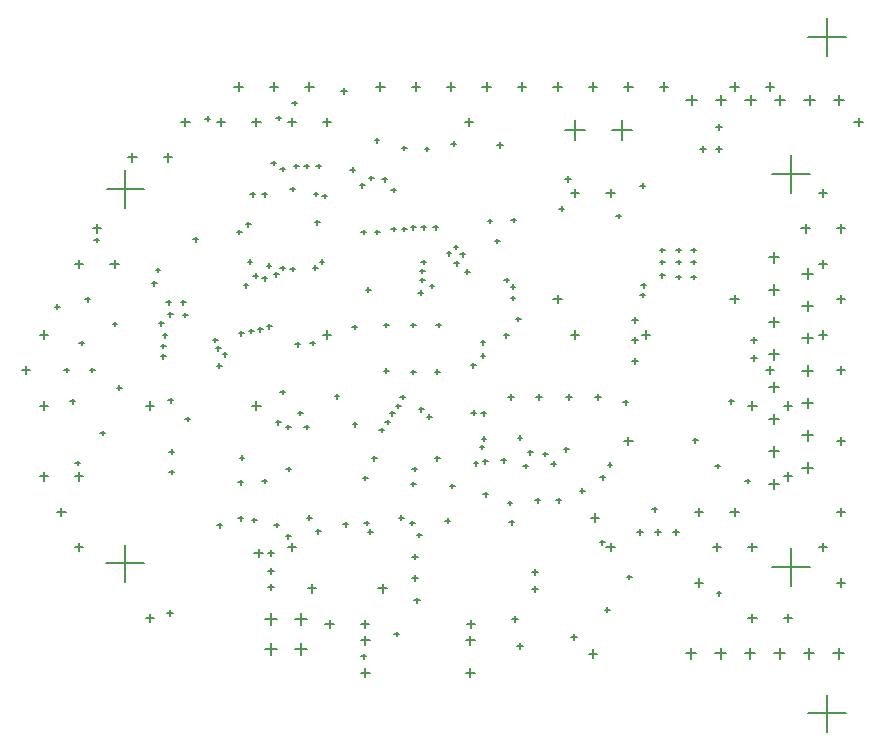
<source format=gbr>
G04*
G04 #@! TF.GenerationSoftware,Altium Limited,Altium Designer,25.1.2 (22)*
G04*
G04 Layer_Color=128*
%FSLAX25Y25*%
%MOIN*%
G70*
G04*
G04 #@! TF.SameCoordinates,DC4E0951-A455-47C2-8868-B8DD7EE8088A*
G04*
G04*
G04 #@! TF.FilePolarity,Positive*
G04*
G01*
G75*
%ADD86C,0.00500*%
D86*
X404811Y438321D02*
X417410D01*
X411110Y432022D02*
Y444621D01*
X404701Y313500D02*
X417299D01*
X411000Y307201D02*
Y319799D01*
X638701Y263500D02*
X651299D01*
X645000Y257201D02*
Y269799D01*
X638701Y489000D02*
X651299D01*
X645000Y482701D02*
Y495299D01*
X573315Y458005D02*
X579811D01*
X576563Y454757D02*
Y461253D01*
X557724Y458005D02*
X564221D01*
X560972Y454757D02*
Y461253D01*
X626610Y443378D02*
X639210D01*
X632909Y437078D02*
Y449678D01*
X626610Y312197D02*
X639210D01*
X632909Y305897D02*
Y318497D01*
X636750Y410150D02*
X640250D01*
X638500Y408400D02*
Y411900D01*
X636750Y399362D02*
X640250D01*
X638500Y397612D02*
Y401112D01*
X636750Y388575D02*
X640250D01*
X638500Y386825D02*
Y390325D01*
X636750Y377787D02*
X640250D01*
X638500Y376037D02*
Y379537D01*
X636750Y367000D02*
X640250D01*
X638500Y365250D02*
Y368750D01*
X636750Y356213D02*
X640250D01*
X638500Y354463D02*
Y357963D01*
X636750Y345425D02*
X640250D01*
X638500Y343675D02*
Y347175D01*
X625569Y415543D02*
X629069D01*
X627319Y413793D02*
Y417293D01*
X625569Y404756D02*
X629069D01*
X627319Y403006D02*
Y406506D01*
X625569Y393969D02*
X629069D01*
X627319Y392218D02*
Y395719D01*
X625569Y383181D02*
X629069D01*
X627319Y381431D02*
Y384931D01*
X625569Y372394D02*
X629069D01*
X627319Y370644D02*
Y374144D01*
X625569Y361606D02*
X629069D01*
X627319Y359856D02*
Y363356D01*
X625569Y350819D02*
X629069D01*
X627319Y349069D02*
Y352569D01*
X625569Y340032D02*
X629069D01*
X627319Y338281D02*
Y341781D01*
X647228Y468000D02*
X650772D01*
X649000Y466228D02*
Y469772D01*
X637386Y468000D02*
X640929D01*
X639157Y466228D02*
Y469772D01*
X627543Y468000D02*
X631087D01*
X629315Y466228D02*
Y469772D01*
X617701Y468000D02*
X621244D01*
X619472Y466228D02*
Y469772D01*
X607858Y468000D02*
X611402D01*
X609630Y466228D02*
Y469772D01*
X598016Y468000D02*
X601559D01*
X599787Y466228D02*
Y469772D01*
X467492Y285000D02*
X471508D01*
X469500Y282992D02*
Y287008D01*
X457492Y285000D02*
X461508D01*
X459500Y282992D02*
Y287008D01*
X467492Y295000D02*
X471508D01*
X469500Y292992D02*
Y297008D01*
X457492Y295000D02*
X461508D01*
X459500Y292992D02*
Y297008D01*
X597858Y283500D02*
X601402D01*
X599630Y281728D02*
Y285272D01*
X607701Y283500D02*
X611244D01*
X609472Y281728D02*
Y285272D01*
X617543Y283500D02*
X621087D01*
X619315Y281728D02*
Y285272D01*
X627386Y283500D02*
X630929D01*
X629157Y281728D02*
Y285272D01*
X637228Y283500D02*
X640772D01*
X639000Y281728D02*
Y285272D01*
X647071Y283500D02*
X650614D01*
X648842Y281728D02*
Y285272D01*
X524524Y277087D02*
X527476D01*
X526000Y275610D02*
Y278563D01*
X524524Y287913D02*
X527476D01*
X526000Y286437D02*
Y289390D01*
X489524Y277087D02*
X492476D01*
X491000Y275610D02*
Y278563D01*
X489524Y287913D02*
X492476D01*
X491000Y286437D02*
Y289390D01*
X421147Y411360D02*
X422722D01*
X421934Y410572D02*
Y412147D01*
X419897Y406897D02*
X421472D01*
X420684Y406109D02*
Y407684D01*
X500713Y290000D02*
X502287D01*
X501500Y289213D02*
Y290787D01*
X507359Y301157D02*
X509327D01*
X508343Y300173D02*
Y302141D01*
X559516Y289000D02*
X561484D01*
X560500Y288016D02*
Y289984D01*
X540016Y295000D02*
X541984D01*
X541000Y294016D02*
Y295984D01*
X546516Y305000D02*
X548484D01*
X547500Y304016D02*
Y305984D01*
X541516Y286091D02*
X543484D01*
X542500Y285106D02*
Y287075D01*
X466713Y467000D02*
X468287D01*
X467500Y466213D02*
Y467787D01*
X492213Y442000D02*
X493787D01*
X493000Y441213D02*
Y442787D01*
X425016Y297000D02*
X426984D01*
X426000Y296016D02*
Y297984D01*
X566305Y328811D02*
X569105D01*
X567705Y327411D02*
Y330211D01*
X524966Y293378D02*
X527766D01*
X526366Y291978D02*
Y294778D01*
X495439Y305189D02*
X498239D01*
X496839Y303789D02*
Y306589D01*
X489533Y293378D02*
X492333D01*
X490933Y291978D02*
Y294778D01*
X471816Y305189D02*
X474616D01*
X473216Y303789D02*
Y306589D01*
X477722Y293378D02*
X480522D01*
X479122Y291978D02*
Y294778D01*
X454100Y317000D02*
X456900D01*
X455500Y315600D02*
Y318400D01*
X417891Y366142D02*
X420691D01*
X419291Y364742D02*
Y367542D01*
X654112Y460630D02*
X656912D01*
X655512Y459230D02*
Y462030D01*
X648206Y425197D02*
X651006D01*
X649606Y423797D02*
Y426597D01*
X648206Y401575D02*
X651006D01*
X649606Y400175D02*
Y402975D01*
X648206Y377953D02*
X651006D01*
X649606Y376553D02*
Y379353D01*
X648206Y354331D02*
X651006D01*
X649606Y352931D02*
Y355731D01*
X648206Y330709D02*
X651006D01*
X649606Y329309D02*
Y332109D01*
X648206Y307086D02*
X651006D01*
X649606Y305686D02*
Y308487D01*
X642301Y437008D02*
X645101D01*
X643701Y435608D02*
Y438408D01*
X636395Y425197D02*
X639195D01*
X637795Y423797D02*
Y426597D01*
X642301Y413386D02*
X645101D01*
X643701Y411986D02*
Y414786D01*
X642301Y389764D02*
X645101D01*
X643701Y388364D02*
Y391164D01*
X642301Y318898D02*
X645101D01*
X643701Y317497D02*
Y320298D01*
X624584Y472441D02*
X627384D01*
X625984Y471041D02*
Y473841D01*
X624584Y377953D02*
X627384D01*
X625984Y376553D02*
Y379353D01*
X630490Y366142D02*
X633290D01*
X631890Y364742D02*
Y367542D01*
X630490Y342520D02*
X633290D01*
X631890Y341120D02*
Y343920D01*
X630490Y295275D02*
X633290D01*
X631890Y293876D02*
Y296675D01*
X612773Y472441D02*
X615573D01*
X614173Y471041D02*
Y473841D01*
X612773Y401575D02*
X615573D01*
X614173Y400175D02*
Y402975D01*
X618679Y366142D02*
X621479D01*
X620079Y364742D02*
Y367542D01*
X612773Y330709D02*
X615573D01*
X614173Y329309D02*
Y332109D01*
X618679Y318898D02*
X621479D01*
X620079Y317497D02*
Y320298D01*
X618679Y295275D02*
X621479D01*
X620079Y293876D02*
Y296675D01*
X600962Y330709D02*
X603762D01*
X602362Y329309D02*
Y332109D01*
X606868Y318898D02*
X609667D01*
X608267Y317497D02*
Y320298D01*
X600962Y307086D02*
X603762D01*
X602362Y305686D02*
Y308487D01*
X589151Y472441D02*
X591951D01*
X590551Y471041D02*
Y473841D01*
X577340Y472441D02*
X580140D01*
X578740Y471041D02*
Y473841D01*
X583246Y389764D02*
X586046D01*
X584646Y388364D02*
Y391164D01*
X577340Y354331D02*
X580140D01*
X578740Y352931D02*
Y355731D01*
X565529Y472441D02*
X568329D01*
X566929Y471041D02*
Y473841D01*
X571434Y437008D02*
X574234D01*
X572834Y435608D02*
Y438408D01*
X571434Y318898D02*
X574234D01*
X572834Y317497D02*
Y320298D01*
X565529Y283465D02*
X568329D01*
X566929Y282065D02*
Y284864D01*
X553718Y472441D02*
X556518D01*
X555118Y471041D02*
Y473841D01*
X559623Y437008D02*
X562423D01*
X561023Y435608D02*
Y438408D01*
X553718Y401575D02*
X556518D01*
X555118Y400175D02*
Y402975D01*
X559623Y389764D02*
X562423D01*
X561023Y388364D02*
Y391164D01*
X541907Y472441D02*
X544707D01*
X543307Y471041D02*
Y473841D01*
X530096Y472441D02*
X532896D01*
X531496Y471041D02*
Y473841D01*
X518285Y472441D02*
X521085D01*
X519685Y471041D02*
Y473841D01*
X524190Y460630D02*
X526990D01*
X525590Y459230D02*
Y462030D01*
X506474Y472441D02*
X509274D01*
X507874Y471041D02*
Y473841D01*
X494663Y472441D02*
X497463D01*
X496063Y471041D02*
Y473841D01*
X471041Y472441D02*
X473841D01*
X472441Y471041D02*
Y473841D01*
X476946Y460630D02*
X479746D01*
X478346Y459230D02*
Y462030D01*
X476946Y389764D02*
X479746D01*
X478346Y388364D02*
Y391164D01*
X459230Y472441D02*
X462030D01*
X460630Y471041D02*
Y473841D01*
X465135Y460630D02*
X467935D01*
X466535Y459230D02*
Y462030D01*
X465135Y318898D02*
X467935D01*
X466535Y317497D02*
Y320298D01*
X447419Y472441D02*
X450219D01*
X448819Y471041D02*
Y473841D01*
X453324Y460630D02*
X456124D01*
X454724Y459230D02*
Y462030D01*
X453324Y366142D02*
X456124D01*
X454724Y364742D02*
Y367542D01*
X441513Y460630D02*
X444313D01*
X442913Y459230D02*
Y462030D01*
X429702Y460630D02*
X432502D01*
X431102Y459230D02*
Y462030D01*
X423797Y448819D02*
X426597D01*
X425197Y447419D02*
Y450219D01*
X411986Y448819D02*
X414786D01*
X413386Y447419D02*
Y450219D01*
X417891Y295275D02*
X420691D01*
X419291Y293876D02*
Y296675D01*
X400175Y425197D02*
X402975D01*
X401575Y423797D02*
Y426597D01*
X406080Y413386D02*
X408880D01*
X407480Y411986D02*
Y414786D01*
X394269Y413386D02*
X397069D01*
X395669Y411986D02*
Y414786D01*
X394269Y342520D02*
X397069D01*
X395669Y341120D02*
Y343920D01*
X388364Y330709D02*
X391164D01*
X389764Y329309D02*
Y332109D01*
X394269Y318898D02*
X397069D01*
X395669Y317497D02*
Y320298D01*
X382458Y389764D02*
X385258D01*
X383858Y388364D02*
Y391164D01*
X376553Y377953D02*
X379353D01*
X377953Y376553D02*
Y379353D01*
X382458Y366142D02*
X385258D01*
X383858Y364742D02*
Y367542D01*
X382458Y342520D02*
X385258D01*
X383858Y341120D02*
Y343920D01*
X602516Y451500D02*
X604484D01*
X603500Y450516D02*
Y452484D01*
X582713Y403000D02*
X584287D01*
X583500Y402213D02*
Y403787D01*
X583090Y406188D02*
X584665D01*
X583878Y405401D02*
Y406976D01*
X589213Y409522D02*
X590787D01*
X590000Y408734D02*
Y410309D01*
X599713Y409000D02*
X601287D01*
X600500Y408213D02*
Y409787D01*
X594713Y409000D02*
X596287D01*
X595500Y408213D02*
Y409787D01*
X619516Y382000D02*
X621484D01*
X620500Y381016D02*
Y382984D01*
X617713Y341000D02*
X619287D01*
X618500Y340213D02*
Y341787D01*
X581516Y324000D02*
X583484D01*
X582500Y323016D02*
Y324984D01*
X587516Y324000D02*
X589484D01*
X588500Y323016D02*
Y324984D01*
X593516Y324000D02*
X595484D01*
X594500Y323016D02*
Y324984D01*
X586713Y331500D02*
X588287D01*
X587500Y330713D02*
Y332287D01*
X607713Y346000D02*
X609287D01*
X608500Y345213D02*
Y346787D01*
X600213Y354500D02*
X601787D01*
X601000Y353713D02*
Y355287D01*
X580016Y394500D02*
X581984D01*
X581000Y393516D02*
Y395484D01*
X594713Y414000D02*
X596287D01*
X595500Y413213D02*
Y414787D01*
X589213Y418000D02*
X590787D01*
X590000Y417213D02*
Y418787D01*
X589213Y414000D02*
X590787D01*
X590000Y413213D02*
Y414787D01*
X599713Y414000D02*
X601287D01*
X600500Y413213D02*
Y414787D01*
X594713Y418000D02*
X596287D01*
X595500Y417213D02*
Y418787D01*
X612213Y367500D02*
X613787D01*
X613000Y366713D02*
Y368287D01*
X619516Y388000D02*
X621484D01*
X620500Y387016D02*
Y388984D01*
X580016Y381000D02*
X581984D01*
X581000Y380016D02*
Y381984D01*
X599713Y418000D02*
X601287D01*
X600500Y417213D02*
Y418787D01*
X580016Y388000D02*
X581984D01*
X581000Y387016D02*
Y388984D01*
X570984Y298148D02*
X572559D01*
X571772Y297360D02*
Y298935D01*
X530429Y336579D02*
X532004D01*
X531216Y335791D02*
Y337366D01*
X530213Y347500D02*
X531787D01*
X531000Y346713D02*
Y348287D01*
X527149Y346936D02*
X528724D01*
X527936Y346149D02*
Y347724D01*
X497713Y360631D02*
X499287D01*
X498500Y359844D02*
Y361419D01*
X495713Y358022D02*
X497287D01*
X496500Y357234D02*
Y358809D01*
X475799Y414084D02*
X477374D01*
X476586Y413297D02*
Y414871D01*
X473607Y412106D02*
X475182D01*
X474394Y411318D02*
Y412893D01*
X466013Y411676D02*
X467588D01*
X466801Y410889D02*
Y412464D01*
X576999Y367214D02*
X578574D01*
X577786Y366426D02*
Y368001D01*
X567516Y369000D02*
X569484D01*
X568500Y368016D02*
Y369984D01*
X558016Y369000D02*
X559984D01*
X559000Y368016D02*
Y369984D01*
X548016Y369000D02*
X549984D01*
X549000Y368016D02*
Y369984D01*
X538516Y369000D02*
X540484D01*
X539500Y368016D02*
Y369984D01*
X424713Y400500D02*
X426287D01*
X425500Y399713D02*
Y401287D01*
X468577Y363636D02*
X470152D01*
X469364Y362848D02*
Y364423D01*
X464558Y358980D02*
X466133D01*
X465346Y358192D02*
Y359767D01*
X462713Y370612D02*
X464287D01*
X463500Y369825D02*
Y371399D01*
X470713Y359000D02*
X472287D01*
X471500Y358213D02*
Y359787D01*
X497213Y377741D02*
X498787D01*
X498000Y376954D02*
Y378529D01*
X480860Y369228D02*
X482435D01*
X481648Y368441D02*
Y370016D01*
X539713Y428000D02*
X541287D01*
X540500Y427213D02*
Y428787D01*
X509713Y425500D02*
X511287D01*
X510500Y424713D02*
Y426287D01*
X506213Y425500D02*
X507787D01*
X507000Y424713D02*
Y426287D01*
X503213Y425000D02*
X504787D01*
X504000Y424213D02*
Y425787D01*
X513713Y425500D02*
X515287D01*
X514500Y424713D02*
Y426287D01*
X514213Y348500D02*
X515787D01*
X515000Y347713D02*
Y349287D01*
X608138Y303574D02*
X609713D01*
X608926Y302787D02*
Y304362D01*
X578213Y309000D02*
X579787D01*
X579000Y308213D02*
Y309787D01*
X571839Y346374D02*
X573413D01*
X572626Y345587D02*
Y347161D01*
X553016Y346803D02*
X554591D01*
X553803Y346016D02*
Y347590D01*
X557213Y351500D02*
X558787D01*
X558000Y350713D02*
Y352287D01*
X541814Y355399D02*
X543389D01*
X542601Y354611D02*
Y356186D01*
X538497Y333629D02*
X540072D01*
X539285Y332841D02*
Y334416D01*
X547713Y334500D02*
X549287D01*
X548500Y333713D02*
Y335287D01*
X509213Y411000D02*
X510787D01*
X510000Y410213D02*
Y411787D01*
X512474Y405945D02*
X514049D01*
X513262Y405158D02*
Y406733D01*
X509213Y408000D02*
X510787D01*
X510000Y407213D02*
Y408787D01*
X509713Y414000D02*
X511287D01*
X510500Y413213D02*
Y414787D01*
X518120Y416864D02*
X519695D01*
X518907Y416077D02*
Y417652D01*
X520465Y419000D02*
X522039D01*
X521252Y418213D02*
Y419787D01*
X499713Y425000D02*
X501287D01*
X500500Y424213D02*
Y425787D01*
X531859Y427646D02*
X533434D01*
X532647Y426859D02*
Y428434D01*
X534213Y421000D02*
X535787D01*
X535000Y420213D02*
Y421787D01*
X541213Y395000D02*
X542787D01*
X542000Y394213D02*
Y395787D01*
X536352Y347852D02*
X537927D01*
X537140Y347065D02*
Y348639D01*
X517713Y327816D02*
X519287D01*
X518500Y327028D02*
Y328603D01*
X451213Y426500D02*
X452787D01*
X452000Y425713D02*
Y427287D01*
X453256Y328000D02*
X454831D01*
X454043Y327213D02*
Y328787D01*
X441713Y326228D02*
X443287D01*
X442500Y325441D02*
Y327016D01*
X490713Y327000D02*
X492287D01*
X491500Y326213D02*
Y327787D01*
X491984Y324148D02*
X493559D01*
X492772Y323360D02*
Y324935D01*
X489713Y282500D02*
X491287D01*
X490500Y281713D02*
Y283287D01*
X483016Y471000D02*
X484984D01*
X484000Y470016D02*
Y471984D01*
X608016Y451500D02*
X609984D01*
X609000Y450516D02*
Y452484D01*
X608016Y459000D02*
X609984D01*
X609000Y458016D02*
Y459984D01*
X582752Y439461D02*
X584327D01*
X583539Y438673D02*
Y440248D01*
X529713Y363500D02*
X531287D01*
X530500Y362713D02*
Y364287D01*
X529856Y355144D02*
X531431D01*
X530644Y354356D02*
Y355931D01*
X529158Y352275D02*
X530733D01*
X529945Y351487D02*
Y353062D01*
X545237Y350572D02*
X546812D01*
X546025Y349784D02*
Y351359D01*
X569339Y342187D02*
X570914D01*
X570127Y341399D02*
Y342974D01*
X562631Y337734D02*
X564206D01*
X563418Y336947D02*
Y338522D01*
X569213Y320500D02*
X570787D01*
X570000Y319713D02*
Y321287D01*
X511607Y362394D02*
X513182D01*
X512394Y361607D02*
Y363182D01*
X508984Y364913D02*
X510559D01*
X509772Y364125D02*
Y365700D01*
X539096Y327155D02*
X540670D01*
X539883Y326368D02*
Y327942D01*
X524287Y410741D02*
X525862D01*
X525074Y409954D02*
Y411528D01*
X522713Y416500D02*
X524287D01*
X523500Y415713D02*
Y417287D01*
X520713Y413592D02*
X522287D01*
X521500Y412804D02*
Y414379D01*
X514713Y393000D02*
X516287D01*
X515500Y392213D02*
Y393787D01*
X506213Y393000D02*
X507787D01*
X507000Y392213D02*
Y393787D01*
X449115Y348718D02*
X450690D01*
X449902Y347931D02*
Y349505D01*
X537437Y408000D02*
X539012D01*
X538224Y407213D02*
Y408787D01*
X539484Y402000D02*
X541059D01*
X540272Y401213D02*
Y402787D01*
X539484Y405757D02*
X541059D01*
X540272Y404969D02*
Y406544D01*
X506516Y315802D02*
X508484D01*
X507500Y314817D02*
Y316786D01*
X557516Y441500D02*
X559484D01*
X558500Y440516D02*
Y442484D01*
X555713Y431816D02*
X557287D01*
X556500Y431028D02*
Y432603D01*
X529484Y387228D02*
X531059D01*
X530272Y386441D02*
Y388016D01*
X519213Y339316D02*
X520787D01*
X520000Y338528D02*
Y340103D01*
X437764Y461795D02*
X439339D01*
X438551Y461007D02*
Y462582D01*
X461421Y462025D02*
X462996D01*
X462209Y461237D02*
Y462812D01*
X510792Y451692D02*
X512367D01*
X511579Y450904D02*
Y452479D01*
X508713Y403816D02*
X510287D01*
X509500Y403028D02*
Y404603D01*
X451831Y414109D02*
X453406D01*
X452618Y413321D02*
Y414896D01*
X400713Y421316D02*
X402287D01*
X401500Y420528D02*
Y422103D01*
X406822Y393277D02*
X408397D01*
X407610Y392489D02*
Y394064D01*
X399213Y378000D02*
X400787D01*
X400000Y377213D02*
Y378787D01*
X390713Y378000D02*
X392287D01*
X391500Y377213D02*
Y378787D01*
X394370Y346973D02*
X395944D01*
X395157Y346185D02*
Y347760D01*
X502213Y328816D02*
X503787D01*
X503000Y328028D02*
Y329603D01*
X486845Y359857D02*
X488420D01*
X487633Y359070D02*
Y360645D01*
X448925Y390212D02*
X450499D01*
X449712Y389425D02*
Y390999D01*
X441259Y385239D02*
X442834D01*
X442046Y384451D02*
Y386026D01*
X440213Y388000D02*
X441787D01*
X441000Y387213D02*
Y388787D01*
X443457Y383228D02*
X445031D01*
X444244Y382441D02*
Y384016D01*
X486713Y392316D02*
X488287D01*
X487500Y391528D02*
Y393103D01*
X574733Y429328D02*
X576308D01*
X575521Y428541D02*
Y430116D01*
X535016Y453000D02*
X536984D01*
X536000Y452016D02*
Y453984D01*
X395713Y387000D02*
X397287D01*
X396500Y386213D02*
Y387787D01*
X458516Y317000D02*
X460484D01*
X459500Y316016D02*
Y317984D01*
X458516Y311000D02*
X460484D01*
X459500Y310016D02*
Y311984D01*
X458516Y305500D02*
X460484D01*
X459500Y304516D02*
Y306484D01*
X506516Y308500D02*
X508484D01*
X507500Y307516D02*
Y309484D01*
X546516Y310500D02*
X548484D01*
X547500Y309516D02*
Y311484D01*
X543709Y345996D02*
X545284D01*
X544496Y345209D02*
Y346784D01*
X554713Y334500D02*
X556287D01*
X555500Y333713D02*
Y335287D01*
X529484Y382816D02*
X531059D01*
X530272Y382028D02*
Y383603D01*
X526326Y363703D02*
X527900D01*
X527113Y362915D02*
Y364490D01*
X471651Y328816D02*
X473226D01*
X472439Y328028D02*
Y329603D01*
X448713Y340500D02*
X450287D01*
X449500Y339713D02*
Y341287D01*
X425713Y350816D02*
X427287D01*
X426500Y350028D02*
Y351603D01*
X441577Y379451D02*
X443152D01*
X442365Y378663D02*
Y380238D01*
X430213Y396316D02*
X431787D01*
X431000Y395528D02*
Y397103D01*
X429574Y400573D02*
X431148D01*
X430361Y399786D02*
Y401361D01*
X491213Y404816D02*
X492787D01*
X492000Y404028D02*
Y405603D01*
X448213Y424000D02*
X449787D01*
X449000Y423213D02*
Y424787D01*
X499713Y438000D02*
X501287D01*
X500500Y437213D02*
Y438787D01*
X550213Y350000D02*
X551787D01*
X551000Y349213D02*
Y350787D01*
X519685Y453472D02*
X521259D01*
X520472Y452685D02*
Y454259D01*
X503213Y452000D02*
X504787D01*
X504000Y451213D02*
Y452787D01*
X494113Y454500D02*
X495687D01*
X494900Y453713D02*
Y455287D01*
X474553Y324228D02*
X476128D01*
X475341Y323441D02*
Y325016D01*
X497213Y393000D02*
X498787D01*
X498000Y392213D02*
Y393787D01*
X537213Y389500D02*
X538787D01*
X538000Y388713D02*
Y390287D01*
X464651Y322579D02*
X466226D01*
X465439Y321792D02*
Y323367D01*
X397713Y401500D02*
X399287D01*
X398500Y400713D02*
Y402287D01*
X433713Y421500D02*
X435287D01*
X434500Y420713D02*
Y422287D01*
X392713Y367500D02*
X394287D01*
X393500Y366713D02*
Y368287D01*
X408213Y372132D02*
X409787D01*
X409000Y371345D02*
Y372920D01*
X402713Y357000D02*
X404287D01*
X403500Y356213D02*
Y357787D01*
X387563Y399032D02*
X389138D01*
X388351Y398245D02*
Y399820D01*
X425213Y396500D02*
X426787D01*
X426000Y395713D02*
Y397287D01*
X450497Y406219D02*
X452072D01*
X451285Y405431D02*
Y407006D01*
X453713Y409429D02*
X455287D01*
X454500Y408641D02*
Y410216D01*
X456713Y408500D02*
X458287D01*
X457500Y407713D02*
Y409287D01*
X458169Y412705D02*
X459744D01*
X458957Y411917D02*
Y413492D01*
X431104Y361615D02*
X432679D01*
X431892Y360828D02*
Y362403D01*
X425713Y344000D02*
X427287D01*
X426500Y343213D02*
Y344787D01*
X466087Y438339D02*
X467662D01*
X466874Y437552D02*
Y439127D01*
X462713Y445000D02*
X464287D01*
X463500Y444213D02*
Y445787D01*
X460701Y326331D02*
X462276D01*
X461488Y325543D02*
Y327118D01*
X514304Y377480D02*
X515879D01*
X515091Y376692D02*
Y378267D01*
X494213Y424000D02*
X495787D01*
X495000Y423213D02*
Y424787D01*
X489713Y424000D02*
X491287D01*
X490500Y423213D02*
Y424787D01*
X474248Y427236D02*
X475823D01*
X475035Y426449D02*
Y428024D01*
X425390Y367824D02*
X426965D01*
X426177Y367037D02*
Y368612D01*
X422984Y386000D02*
X424559D01*
X423772Y385213D02*
Y386787D01*
X422984Y382500D02*
X424559D01*
X423772Y381713D02*
Y383287D01*
X423484Y389500D02*
X425059D01*
X424272Y388713D02*
Y390287D01*
X422213Y393500D02*
X423787D01*
X423000Y392713D02*
Y394287D01*
X452713Y436500D02*
X454287D01*
X453500Y435713D02*
Y437287D01*
X456777Y436566D02*
X458352D01*
X457564Y435778D02*
Y437353D01*
X459713Y447000D02*
X461287D01*
X460500Y446213D02*
Y447787D01*
X486059Y444710D02*
X487634D01*
X486846Y443923D02*
Y445497D01*
X467213Y446000D02*
X468787D01*
X468000Y445213D02*
Y446787D01*
X505941Y327000D02*
X507516D01*
X506728Y326213D02*
Y327787D01*
X508213Y323000D02*
X509787D01*
X509000Y322213D02*
Y323787D01*
X470713Y446000D02*
X472287D01*
X471500Y445213D02*
Y446787D01*
X473853Y436685D02*
X475427D01*
X474640Y435898D02*
Y437472D01*
X474713Y446000D02*
X476287D01*
X475500Y445213D02*
Y446787D01*
X476724Y435997D02*
X478299D01*
X477512Y435210D02*
Y436785D01*
X448713Y328500D02*
X450287D01*
X449500Y327713D02*
Y329287D01*
X489213Y439500D02*
X490787D01*
X490000Y438713D02*
Y440287D01*
X496713Y441500D02*
X498287D01*
X497500Y440713D02*
Y442287D01*
X526213Y379500D02*
X527787D01*
X527000Y378713D02*
Y380287D01*
X462713Y412000D02*
X464287D01*
X463500Y411213D02*
Y412787D01*
X460625Y409912D02*
X462199D01*
X461412Y409125D02*
Y410700D01*
X456713Y341000D02*
X458287D01*
X457500Y340213D02*
Y341787D01*
X506713Y345000D02*
X508287D01*
X507500Y344213D02*
Y345787D01*
X506213Y340000D02*
X507787D01*
X507000Y339213D02*
Y340787D01*
X506293Y377361D02*
X507868D01*
X507081Y376573D02*
Y378148D01*
X472713Y387000D02*
X474287D01*
X473500Y386213D02*
Y387787D01*
X499232Y363532D02*
X500807D01*
X500019Y362745D02*
Y364319D01*
X501213Y366000D02*
X502787D01*
X502000Y365213D02*
Y366787D01*
X502713Y369000D02*
X504287D01*
X503500Y368213D02*
Y369787D01*
X458213Y392500D02*
X459787D01*
X459000Y391713D02*
Y393287D01*
X455213Y391500D02*
X456787D01*
X456000Y390713D02*
Y392287D01*
X452213Y391000D02*
X453787D01*
X453000Y390213D02*
Y391787D01*
X464713Y345000D02*
X466287D01*
X465500Y344213D02*
Y345787D01*
X461213Y360500D02*
X462787D01*
X462000Y359713D02*
Y361287D01*
X467713Y386500D02*
X469287D01*
X468500Y385713D02*
Y387287D01*
X483713Y326500D02*
X485287D01*
X484500Y325713D02*
Y327287D01*
X490213Y342000D02*
X491787D01*
X491000Y341213D02*
Y342787D01*
X493213Y348500D02*
X494787D01*
X494000Y347713D02*
Y349287D01*
M02*

</source>
